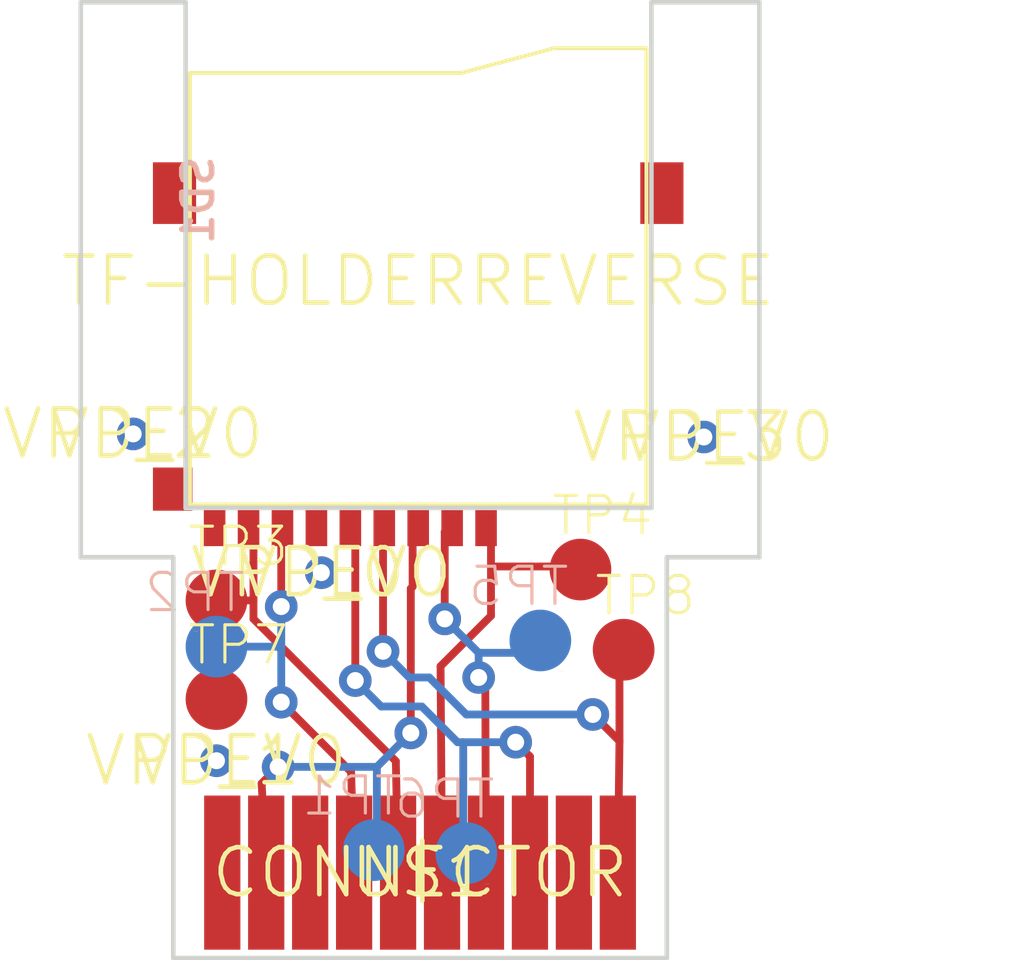
<source format=kicad_pcb>
(kicad_pcb (version 4) (host pcbnew 4.0.4-stable)

  (general
    (links 25)
    (no_connects 11)
    (area 134.755671 89.428599 162.146529 120.578601)
    (thickness 1.6)
    (drawings 36)
    (tracks 70)
    (zones 0)
    (modules 14)
    (nets 9)
  )

  (page A4)
  (layers
    (0 Top signal)
    (1 Route2 signal)
    (2 Route3 signal)
    (3 Route4 signal)
    (4 Route5 signal)
    (5 Route6 signal)
    (6 Route7 signal)
    (7 Route8 signal)
    (8 Route9 signal)
    (9 Route10 signal)
    (10 Route11 signal)
    (11 Route12 signal)
    (12 Route13 signal)
    (13 Route14 signal)
    (14 Route15 signal)
    (31 Bottom signal)
    (32 B.Adhes user)
    (33 F.Adhes user)
    (34 B.Paste user)
    (35 F.Paste user)
    (36 B.SilkS user)
    (37 F.SilkS user)
    (38 B.Mask user)
    (39 F.Mask user)
    (40 Dwgs.User user)
    (41 Cmts.User user)
    (42 Eco1.User user)
    (43 Eco2.User user)
    (44 Edge.Cuts user)
    (45 Margin user)
    (46 B.CrtYd user)
    (47 F.CrtYd user)
    (48 B.Fab user)
    (49 F.Fab user)
  )

  (setup
    (last_trace_width 0.25)
    (trace_clearance 0.2)
    (zone_clearance 0.508)
    (zone_45_only no)
    (trace_min 0.2)
    (segment_width 0.2)
    (edge_width 0.15)
    (via_size 0.6)
    (via_drill 0.4)
    (via_min_size 0.4)
    (via_min_drill 0.3)
    (uvia_size 0.3)
    (uvia_drill 0.1)
    (uvias_allowed no)
    (uvia_min_size 0.2)
    (uvia_min_drill 0.1)
    (pcb_text_width 0.3)
    (pcb_text_size 1.5 1.5)
    (mod_edge_width 0.15)
    (mod_text_size 1 1)
    (mod_text_width 0.15)
    (pad_size 1.524 1.524)
    (pad_drill 0.762)
    (pad_to_mask_clearance 0.2)
    (aux_axis_origin 0 0)
    (visible_elements FFFFFF7F)
    (pcbplotparams
      (layerselection 0x00030_80000001)
      (usegerberextensions false)
      (excludeedgelayer true)
      (linewidth 0.100000)
      (plotframeref false)
      (viasonmask false)
      (mode 1)
      (useauxorigin false)
      (hpglpennumber 1)
      (hpglpenspeed 20)
      (hpglpendiameter 15)
      (hpglpenoverlay 2)
      (psnegative false)
      (psa4output false)
      (plotreference true)
      (plotvalue true)
      (plotinvisibletext false)
      (padsonsilk false)
      (subtractmaskfromsilk false)
      (outputformat 1)
      (mirror false)
      (drillshape 1)
      (scaleselection 1)
      (outputdirectory ""))
  )

  (net 0 "")
  (net 1 N$1)
  (net 2 N$3)
  (net 3 N$5)
  (net 4 N$6)
  (net 5 N$7)
  (net 6 N$8)
  (net 7 N$9)
  (net 8 GND)

  (net_class Default "This is the default net class."
    (clearance 0.2)
    (trace_width 0.25)
    (via_dia 0.6)
    (via_drill 0.4)
    (uvia_dia 0.3)
    (uvia_drill 0.1)
    (add_net GND)
    (add_net N$1)
    (add_net N$3)
    (add_net N$5)
    (add_net N$6)
    (add_net N$7)
    (add_net N$8)
    (add_net N$9)
  )

  (module TF-PULL-REVERSE (layer Top) (tedit 0) (tstamp 59580B20)
    (at 148.4411 98.5436)
    (descr "TF / Micro SD socket is PUSH-PUSH type, the card can be pushed into and auto locked and pushed out by simply press the card.\n<p>\nSurface Mounting type.")
    (fp_text reference SD1 (at -7.7 -1.1 270) (layer B.SilkS)
      (effects (font (size 0.9652 0.9652) (thickness 0.18288)) (justify right top mirror))
    )
    (fp_text value TF-HOLDERREVERSE (at 0 0) (layer F.SilkS)
      (effects (font (thickness 0.15)))
    )
    (fp_line (start -7.4 7.25) (end -7.4 -6.75) (layer F.SilkS) (width 0.127))
    (fp_line (start -7.4 -6.75) (end 1.4 -6.75) (layer F.SilkS) (width 0.127))
    (fp_line (start 1.4 -6.75) (end 4.4 -7.55) (layer F.SilkS) (width 0.127))
    (fp_line (start 4.4 -7.55) (end 7.4 -7.55) (layer F.SilkS) (width 0.127))
    (fp_line (start 7.4 -7.55) (end 7.4 7.25) (layer F.SilkS) (width 0.127))
    (fp_line (start 7.4 7.25) (end -7.4 7.25) (layer F.SilkS) (width 0.127))
    (pad S1 smd rect (at 7.9 -2.85 180) (size 1.4 2) (layers Top F.Paste F.Mask)
      (net 8 GND))
    (pad S2 smd rect (at -7.9 -2.85 180) (size 1.4 2) (layers Top F.Paste F.Mask)
      (net 8 GND))
    (pad S3 smd rect (at -7.96 6.75 180) (size 1.28 1.4) (layers Top F.Paste F.Mask)
      (net 8 GND))
    (pad 1 smd rect (at 2.2 7.9 180) (size 0.7 1.4) (layers Top F.Paste F.Mask)
      (net 5 N$7))
    (pad 2 smd rect (at 1.1 7.9 180) (size 0.7 1.4) (layers Top F.Paste F.Mask)
      (net 6 N$8))
    (pad 3 smd rect (at 0 7.9 180) (size 0.7 1.4) (layers Top F.Paste F.Mask)
      (net 2 N$3))
    (pad 4 smd rect (at -1.1 7.9 180) (size 0.7 1.4) (layers Top F.Paste F.Mask)
      (net 1 N$1))
    (pad 5 smd rect (at -2.2 7.9 180) (size 0.7 1.4) (layers Top F.Paste F.Mask)
      (net 7 N$9))
    (pad 6 smd rect (at -3.3 7.9 180) (size 0.7 1.4) (layers Top F.Paste F.Mask)
      (net 8 GND))
    (pad 7 smd rect (at -4.4 7.9 180) (size 0.7 1.4) (layers Top F.Paste F.Mask)
      (net 3 N$5))
    (pad 8 smd rect (at -5.5 7.9 180) (size 0.7 1.4) (layers Top F.Paste F.Mask)
      (net 4 N$6))
    (pad 9 smd rect (at -6.6 7.9 180) (size 0.7 1.4) (layers Top F.Paste F.Mask))
    (pad "" np_thru_hole circle (at 3.1 -3.25) (size 1.25 1.25) (drill 1.25) (layers *.Cu))
    (pad "" np_thru_hole circle (at -4.9 -3.25) (size 1.25 1.25) (drill 1.25) (layers *.Cu))
  )

  (module CONNECTOR (layer Top) (tedit 0) (tstamp 59580B37)
    (at 148.5011 117.7336)
    (fp_text reference U$1 (at 0 0) (layer F.SilkS)
      (effects (font (thickness 0.15)))
    )
    (fp_text value CONNECTOR (at 0 0) (layer F.SilkS)
      (effects (font (thickness 0.15)))
    )
    (fp_line (start -7.5 2.5) (end 7.5 2.5) (layer Dwgs.User) (width 0.127))
    (fp_line (start 7.5 2.5) (end 7.5 -2.5) (layer Dwgs.User) (width 0.127))
    (fp_line (start 7.5 -2.5) (end -7.5 -2.5) (layer Dwgs.User) (width 0.127))
    (fp_line (start -7.5 -2.5) (end -7.5 2.5) (layer Dwgs.User) (width 0.127))
    (pad GND smd rect (at -6.4125 0) (size 1.175 5) (layers Top F.Paste F.Mask)
      (net 8 GND))
    (pad CMD smd rect (at -4.9875 0) (size 1.175 5) (layers Top F.Paste F.Mask)
      (net 2 N$3))
    (pad INS smd rect (at -3.5625 0) (size 1.175 5) (layers Top F.Paste F.Mask)
      (net 8 GND))
    (pad DAT0 smd rect (at -2.1375 0) (size 1.175 5) (layers Top F.Paste F.Mask)
      (net 3 N$5))
    (pad DAT1 smd rect (at -0.7125 0) (size 1.175 5) (layers Top F.Paste F.Mask)
      (net 4 N$6))
    (pad DAT2 smd rect (at 0.7125 0) (size 1.175 5) (layers Top F.Paste F.Mask)
      (net 5 N$7))
    (pad DAT3 smd rect (at 2.1375 0) (size 1.175 5) (layers Top F.Paste F.Mask)
      (net 6 N$8))
    (pad CLK smd rect (at 3.5625 0) (size 1.175 5) (layers Top F.Paste F.Mask)
      (net 7 N$9))
    (pad GND2 smd rect (at 4.9875 0) (size 1.175 5) (layers Top F.Paste F.Mask)
      (net 8 GND))
    (pad VCC smd rect (at 6.4125 0) (size 1.175 5) (layers Top F.Paste F.Mask)
      (net 1 N$1))
  )

  (module TP20R (layer Bottom) (tedit 0) (tstamp 59580B48)
    (at 147.0011 117.0036 180)
    (descr "<b>TEST PAD</b>")
    (fp_text reference TP1 (at -1 1.05 180) (layer B.SilkS)
      (effects (font (size 1.2065 1.2065) (thickness 0.1016)) (justify left bottom mirror))
    )
    (fp_text value TPTP20R (at -0.762 -1.016 180) (layer B.SilkS)
      (effects (font (size 0.02413 0.02413) (thickness 0.002032)) (justify left bottom mirror))
    )
    (fp_text user >TP_SIGNAL_NAME (at 0 -2.54 180) (layer Cmts.User)
      (effects (font (size 0.95 0.95) (thickness 0.08)) (justify left bottom))
    )
    (pad TP smd circle (at 0 0 180) (size 2 2) (layers Bottom B.Paste B.Mask)
      (net 2 N$3))
  )

  (module TP20R (layer Bottom) (tedit 0) (tstamp 59580B4D)
    (at 141.9011 110.4036 180)
    (descr "<b>TEST PAD</b>")
    (fp_text reference TP2 (at -1 1.05 180) (layer B.SilkS)
      (effects (font (size 1.2065 1.2065) (thickness 0.1016)) (justify left bottom mirror))
    )
    (fp_text value TPTP20R (at -0.762 -1.016 180) (layer B.SilkS)
      (effects (font (size 0.02413 0.02413) (thickness 0.002032)) (justify left bottom mirror))
    )
    (fp_text user >TP_SIGNAL_NAME (at 0 -2.54 180) (layer Cmts.User)
      (effects (font (size 0.95 0.95) (thickness 0.08)) (justify left bottom))
    )
    (pad TP smd circle (at 0 0 180) (size 2 2) (layers Bottom B.Paste B.Mask)
      (net 3 N$5))
  )

  (module TP20R (layer Top) (tedit 0) (tstamp 59580B52)
    (at 141.9011 108.9036)
    (descr "<b>TEST PAD</b>")
    (fp_text reference TP3 (at -1 -1.05) (layer F.SilkS)
      (effects (font (size 1.2065 1.2065) (thickness 0.1016)) (justify left bottom))
    )
    (fp_text value TPTP20R (at -0.762 1.016) (layer F.SilkS)
      (effects (font (size 0.02413 0.02413) (thickness 0.002032)) (justify left bottom))
    )
    (fp_text user >TP_SIGNAL_NAME (at 0 2.54) (layer Cmts.User)
      (effects (font (size 0.95 0.95) (thickness 0.08)) (justify left bottom))
    )
    (pad TP smd circle (at 0 0) (size 2 2) (layers Top F.Paste F.Mask)
      (net 4 N$6))
  )

  (module TP20R (layer Top) (tedit 0) (tstamp 59580B57)
    (at 153.7011 107.9036)
    (descr "<b>TEST PAD</b>")
    (fp_text reference TP4 (at -1 -1.05) (layer F.SilkS)
      (effects (font (size 1.2065 1.2065) (thickness 0.1016)) (justify left bottom))
    )
    (fp_text value TPTP20R (at -0.762 1.016) (layer F.SilkS)
      (effects (font (size 0.02413 0.02413) (thickness 0.002032)) (justify left bottom))
    )
    (fp_text user >TP_SIGNAL_NAME (at 0 2.54) (layer Cmts.User)
      (effects (font (size 0.95 0.95) (thickness 0.08)) (justify left bottom))
    )
    (pad TP smd circle (at 0 0) (size 2 2) (layers Top F.Paste F.Mask)
      (net 5 N$7))
  )

  (module TP20R (layer Bottom) (tedit 0) (tstamp 59580B5C)
    (at 152.4011 110.2036 180)
    (descr "<b>TEST PAD</b>")
    (fp_text reference TP5 (at -1 1.05 180) (layer B.SilkS)
      (effects (font (size 1.2065 1.2065) (thickness 0.1016)) (justify left bottom mirror))
    )
    (fp_text value TPTP20R (at -0.762 -1.016 180) (layer B.SilkS)
      (effects (font (size 0.02413 0.02413) (thickness 0.002032)) (justify left bottom mirror))
    )
    (fp_text user >TP_SIGNAL_NAME (at 0 -2.54 180) (layer Cmts.User)
      (effects (font (size 0.95 0.95) (thickness 0.08)) (justify left bottom))
    )
    (pad TP smd circle (at 0 0 180) (size 2 2) (layers Bottom B.Paste B.Mask)
      (net 6 N$8))
  )

  (module TP20R (layer Bottom) (tedit 0) (tstamp 59580B61)
    (at 150.0011 117.1036 180)
    (descr "<b>TEST PAD</b>")
    (fp_text reference TP6 (at -1 1.05 180) (layer B.SilkS)
      (effects (font (size 1.2065 1.2065) (thickness 0.1016)) (justify left bottom mirror))
    )
    (fp_text value TPTP20R (at -0.762 -1.016 180) (layer B.SilkS)
      (effects (font (size 0.02413 0.02413) (thickness 0.002032)) (justify left bottom mirror))
    )
    (fp_text user >TP_SIGNAL_NAME (at 0 -2.54 180) (layer Cmts.User)
      (effects (font (size 0.95 0.95) (thickness 0.08)) (justify left bottom))
    )
    (pad TP smd circle (at 0 0 180) (size 2 2) (layers Bottom B.Paste B.Mask)
      (net 7 N$9))
  )

  (module TP20R (layer Top) (tedit 0) (tstamp 59580B66)
    (at 141.9011 112.1036)
    (descr "<b>TEST PAD</b>")
    (fp_text reference TP7 (at -1 -1.05) (layer F.SilkS)
      (effects (font (size 1.2065 1.2065) (thickness 0.1016)) (justify left bottom))
    )
    (fp_text value TPTP20R (at -0.762 1.016) (layer F.SilkS)
      (effects (font (size 0.02413 0.02413) (thickness 0.002032)) (justify left bottom))
    )
    (fp_text user >TP_SIGNAL_NAME (at 0 2.54) (layer Cmts.User)
      (effects (font (size 0.95 0.95) (thickness 0.08)) (justify left bottom))
    )
    (pad TP smd circle (at 0 0) (size 2 2) (layers Top F.Paste F.Mask)
      (net 8 GND))
  )

  (module TP20R (layer Top) (tedit 0) (tstamp 59580B6B)
    (at 155.1011 110.5036)
    (descr "<b>TEST PAD</b>")
    (fp_text reference TP8 (at -1 -1.05) (layer F.SilkS)
      (effects (font (size 1.2065 1.2065) (thickness 0.1016)) (justify left bottom))
    )
    (fp_text value TPTP20R (at -0.762 1.016) (layer F.SilkS)
      (effects (font (size 0.02413 0.02413) (thickness 0.002032)) (justify left bottom))
    )
    (fp_text user >TP_SIGNAL_NAME (at 0 2.54) (layer Cmts.User)
      (effects (font (size 0.95 0.95) (thickness 0.08)) (justify left bottom))
    )
    (pad TP smd circle (at 0 0) (size 2 2) (layers Top F.Paste F.Mask)
      (net 1 N$1))
  )

  (module VPAC0 (layer Top) (tedit 0) (tstamp 59580B70)
    (at 145.3011 108.0036)
    (fp_text reference VP_0 (at 0 0) (layer F.SilkS)
      (effects (font (thickness 0.15)))
    )
    (fp_text value VPDEV0 (at 0 0) (layer F.SilkS)
      (effects (font (thickness 0.15)))
    )
    (pad VP thru_hole circle (at 0 0) (size 1.058 1.058) (drill 0.55) (layers *.Cu *.Mask)
      (net 8 GND))
  )

  (module VPAC0 (layer Top) (tedit 0) (tstamp 59580B74)
    (at 141.9011 114.1036)
    (fp_text reference VP_1 (at 0 0) (layer F.SilkS)
      (effects (font (thickness 0.15)))
    )
    (fp_text value VPDEV0 (at 0 0) (layer F.SilkS)
      (effects (font (thickness 0.15)))
    )
    (pad VP thru_hole circle (at 0 0) (size 1.058 1.058) (drill 0.55) (layers *.Cu *.Mask)
      (net 8 GND))
  )

  (module VPAC0 (layer Top) (tedit 0) (tstamp 59580B78)
    (at 139.2011 103.5036)
    (fp_text reference VP_2 (at 0 0) (layer F.SilkS)
      (effects (font (thickness 0.15)))
    )
    (fp_text value VPDEV0 (at 0 0) (layer F.SilkS)
      (effects (font (thickness 0.15)))
    )
    (pad VP thru_hole circle (at 0 0) (size 1.058 1.058) (drill 0.55) (layers *.Cu *.Mask)
      (net 8 GND))
  )

  (module VPAC0 (layer Top) (tedit 0) (tstamp 59580B7C)
    (at 157.7011 103.6036)
    (fp_text reference VP_3 (at 0 0) (layer F.SilkS)
      (effects (font (thickness 0.15)))
    )
    (fp_text value VPDEV0 (at 0 0) (layer F.SilkS)
      (effects (font (thickness 0.15)))
    )
    (pad VP thru_hole circle (at 0 0) (size 1.058 1.058) (drill 0.55) (layers *.Cu *.Mask)
      (net 8 GND))
  )

  (gr_line (start 140.5011 120.5036) (end 156.5011 120.5036) (layer Edge.Cuts) (width 0.15) (tstamp 8236E20))
  (gr_line (start 140.5011 120.5036) (end 140.5011 107.5036) (layer Edge.Cuts) (width 0.15) (tstamp 8237620))
  (gr_line (start 156.5011 120.5036) (end 156.5011 107.5036) (layer Edge.Cuts) (width 0.15) (tstamp 8237E20))
  (gr_line (start 156.5011 107.5036) (end 159.5011 107.5036) (layer Edge.Cuts) (width 0.15) (tstamp 8238620))
  (gr_line (start 140.5011 107.5036) (end 137.5011 107.5036) (layer Edge.Cuts) (width 0.15) (tstamp 8238EA0))
  (gr_line (start 137.5011 107.5036) (end 137.5011 89.5036) (layer Edge.Cuts) (width 0.15) (tstamp 82396A0))
  (gr_line (start 137.5011 89.5036) (end 140.9011 89.5036) (layer Edge.Cuts) (width 0.15) (tstamp 8239EA0))
  (gr_line (start 156.0011 89.5036) (end 159.5011 89.5036) (layer Edge.Cuts) (width 0.15) (tstamp 823A6A0))
  (gr_line (start 159.5011 89.5036) (end 159.5011 107.5036) (layer Edge.Cuts) (width 0.15) (tstamp 823AEA0))
  (gr_line (start 140.9011 89.5036) (end 140.9011 105.9036) (layer Edge.Cuts) (width 0.15) (tstamp 823B6A0))
  (gr_line (start 140.9011 105.9036) (end 156.0011 105.9036) (layer Edge.Cuts) (width 0.15) (tstamp 823BEA0))
  (gr_line (start 156.0011 105.9036) (end 156.0011 89.5036) (layer Edge.Cuts) (width 0.15) (tstamp 823C6A0))
  (gr_text V:GND:1:4 (at 145.45735 107.862975) (layer Eco1.User) (tstamp 823CF20)
    (effects (font (size 0.0475 0.0475) (thickness 0.004)) (justify left bottom))
  )
  (gr_line (start 145.3011 108.0036) (end 145.45735 107.862975) (layer Eco2.User) (width 0.15) (tstamp 823D720))
  (gr_text V:GND:2:4 (at 142.05735 113.962975) (layer Eco1.User) (tstamp 823DF20)
    (effects (font (size 0.0475 0.0475) (thickness 0.004)) (justify left bottom))
  )
  (gr_line (start 141.9011 114.1036) (end 142.05735 113.962975) (layer Eco2.User) (width 0.15) (tstamp 823E720))
  (gr_text V:GND:3:4 (at 139.35735 103.362975) (layer Eco1.User) (tstamp 823EF20)
    (effects (font (size 0.0475 0.0475) (thickness 0.004)) (justify left bottom))
  )
  (gr_line (start 139.2011 103.5036) (end 139.35735 103.362975) (layer Eco2.User) (width 0.15) (tstamp 823F720))
  (gr_text V:GND:4:4 (at 157.85735 103.462975) (layer Eco1.User) (tstamp 823FF20)
    (effects (font (size 0.0475 0.0475) (thickness 0.004)) (justify left bottom))
  )
  (gr_line (start 157.7011 103.6036) (end 157.85735 103.462975) (layer Eco2.User) (width 0.15) (tstamp 8240720))
  (gr_text FillOverPAD:GND:6:30 (at 145.29735 106.404537) (layer Eco1.User) (tstamp 8240FA0)
    (effects (font (size 0.0475 0.0475) (thickness 0.004)) (justify left bottom))
  )
  (gr_line (start 145.1411 106.4436) (end 145.29735 106.404537) (layer Eco1.User) (width 0.15) (tstamp 82417A0))
  (gr_text FillOverPAD:GND:10:30 (at 156.49735 95.654537) (layer Eco1.User) (tstamp 8241FA0)
    (effects (font (size 0.0475 0.0475) (thickness 0.004)) (justify left bottom))
  )
  (gr_line (start 156.3411 95.6936) (end 156.49735 95.654537) (layer Eco1.User) (width 0.15) (tstamp 82427A0))
  (gr_text FillOverPAD:GND:11:30 (at 140.69735 95.654537) (layer Eco1.User) (tstamp 8242FA0)
    (effects (font (size 0.0475 0.0475) (thickness 0.004)) (justify left bottom))
  )
  (gr_line (start 140.5411 95.6936) (end 140.69735 95.654537) (layer Eco1.User) (width 0.15) (tstamp 82437A0))
  (gr_text FillOverPAD:GND:12:30 (at 140.63735 105.254537) (layer Eco1.User) (tstamp 8243FA0)
    (effects (font (size 0.0475 0.0475) (thickness 0.004)) (justify left bottom))
  )
  (gr_line (start 140.4811 105.2936) (end 140.63735 105.254537) (layer Eco1.User) (width 0.15) (tstamp 82447A0))
  (gr_text FillOverPAD:GND:19:30 (at 142.05735 112.064537) (layer Eco1.User) (tstamp 8244FA0)
    (effects (font (size 0.0475 0.0475) (thickness 0.004)) (justify left bottom))
  )
  (gr_line (start 141.9011 112.1036) (end 142.05735 112.064537) (layer Eco1.User) (width 0.15) (tstamp 82457A0))
  (gr_text FillOverPAD:GND:27:30 (at 142.24485 117.694537) (layer Eco1.User) (tstamp 8245FA0)
    (effects (font (size 0.0475 0.0475) (thickness 0.004)) (justify left bottom))
  )
  (gr_line (start 142.0886 117.7336) (end 142.24485 117.694537) (layer Eco1.User) (width 0.15) (tstamp 82467A0))
  (gr_text FillOverPAD:GND:28:30 (at 153.64485 117.694537) (layer Eco1.User) (tstamp 8246FA0)
    (effects (font (size 0.0475 0.0475) (thickness 0.004)) (justify left bottom))
  )
  (gr_line (start 153.4886 117.7336) (end 153.64485 117.694537) (layer Eco1.User) (width 0.15) (tstamp 82477A0))
  (gr_text FillOverPAD:GND:29:30 (at 145.09485 117.694537) (layer Eco1.User) (tstamp 8247FA0)
    (effects (font (size 0.0475 0.0475) (thickness 0.004)) (justify left bottom))
  )
  (gr_line (start 144.9386 117.7336) (end 145.09485 117.694537) (layer Eco1.User) (width 0.15) (tstamp 82487A0))

  (segment (start 154.9136 117.7336) (end 154.9661 113.4686) (width 0.254) (layer Top) (net 1) (tstamp 82A4B20))
  (via (at 154.1011 112.6036) (size 1.058) (drill 0.55) (layers Top Bottom) (net 1) (tstamp 82A5320))
  (segment (start 154.9661 113.4686) (end 154.1011 112.6036) (width 0.254) (layer Top) (net 1) (tstamp 82A5920))
  (via (at 147.3011 110.5536) (size 1.058) (drill 0.55) (layers Top Bottom) (net 1) (tstamp 82A6120))
  (segment (start 147.3011 110.5536) (end 147.3011 106.4836) (width 0.254) (layer Top) (net 1) (tstamp 82A6720))
  (segment (start 147.3011 106.4836) (end 147.3411 106.4436) (width 0.254) (layer Top) (net 1) (tstamp 82A6F20))
  (segment (start 154.1011 112.6036) (end 150.0011 112.6036) (width 0.254) (layer Bottom) (net 1) (tstamp 82A7720))
  (segment (start 150.0011 112.6036) (end 148.8011 111.4036) (width 0.254) (layer Bottom) (net 1) (tstamp 82A7F20))
  (segment (start 148.8011 111.4036) (end 148.1511 111.4036) (width 0.254) (layer Bottom) (net 1) (tstamp 82A8720))
  (segment (start 148.1511 111.4036) (end 147.3011 110.5536) (width 0.254) (layer Bottom) (net 1) (tstamp 82A8F20))
  (segment (start 154.9661 113.4686) (end 154.9661 110.6386) (width 0.254) (layer Top) (net 1) (tstamp 82A9720))
  (segment (start 154.9661 110.6386) (end 155.1011 110.5036) (width 0.254) (layer Top) (net 1) (tstamp 82A9F20))
  (segment (start 143.5136 117.7336) (end 143.3661 114.8386) (width 0.254) (layer Top) (net 2) (tstamp 82AB620))
  (segment (start 143.3661 114.8386) (end 143.9011 114.3036) (width 0.254) (layer Top) (net 2) (tstamp 82ABE20))
  (via (at 143.9011 114.3036) (size 1.058) (drill 0.55) (layers Top Bottom) (net 2) (tstamp 82AC620))
  (segment (start 143.9011 114.3036) (end 147.1011 114.3036) (width 0.254) (layer Bottom) (net 2) (tstamp 82ACC20))
  (segment (start 147.1011 114.3036) (end 148.2011 113.2036) (width 0.254) (layer Bottom) (net 2) (tstamp 82AD420))
  (via (at 148.2011 113.2036) (size 1.058) (drill 0.55) (layers Top Bottom) (net 2) (tstamp 82ADC20))
  (segment (start 148.2011 113.2036) (end 148.2011 108.518694) (width 0.254) (layer Top) (net 2) (tstamp 82AE220))
  (segment (start 148.2011 108.518694) (end 148.2603 108.459494) (width 0.254) (layer Top) (net 2) (tstamp 82AEA20))
  (segment (start 148.2603 106.6244) (end 148.4411 106.4436) (width 0.254) (layer Top) (net 2) (tstamp 82AF220))
  (segment (start 148.2603 108.459494) (end 148.2603 106.6244) (width 0.254) (layer Top) (net 2) (tstamp 82AFA20))
  (segment (start 147.1011 114.3036) (end 147.1011 116.9036) (width 0.254) (layer Bottom) (net 2) (tstamp 82B0220))
  (segment (start 147.1011 116.9036) (end 147.0011 117.0036) (width 0.254) (layer Bottom) (net 2) (tstamp 82B0A20))
  (segment (start 146.3636 117.7336) (end 146.2661 114.4686) (width 0.254) (layer Top) (net 3) (tstamp 82BA1A0))
  (segment (start 146.2661 114.4686) (end 144.0011 112.2036) (width 0.254) (layer Top) (net 3) (tstamp 82BA9A0))
  (via (at 144.0011 112.2036) (size 1.058) (drill 0.55) (layers Top Bottom) (net 3) (tstamp 82BB1A0))
  (segment (start 144.0011 110.5036) (end 144.0011 112.2036) (width 0.254) (layer Bottom) (net 3) (tstamp 82BB7A0))
  (via (at 144.0011 109.1036) (size 1.058) (drill 0.55) (layers Top Bottom) (net 3) (tstamp 82BBFA0))
  (segment (start 144.0011 110.5036) (end 144.0011 109.1036) (width 0.254) (layer Bottom) (net 3) (tstamp 82BC5A0))
  (segment (start 144.0011 106.4836) (end 144.0011 109.1036) (width 0.254) (layer Top) (net 3) (tstamp 82BCDA0))
  (segment (start 144.0011 106.4836) (end 144.0411 106.4436) (width 0.254) (layer Top) (net 3) (tstamp 82BD5A0))
  (segment (start 141.9011 110.4036) (end 143.9011 110.4036) (width 0.254) (layer Bottom) (net 3) (tstamp 82BDDA0))
  (segment (start 143.9011 110.4036) (end 144.0011 110.5036) (width 0.254) (layer Bottom) (net 3) (tstamp 82BE5A0))
  (segment (start 147.7886 117.7336) (end 147.7161 114.1186) (width 0.254) (layer Top) (net 4) (tstamp 82BFCA0))
  (segment (start 147.7161 114.1186) (end 143.1011 109.5036) (width 0.254) (layer Top) (net 4) (tstamp 82C04A0))
  (segment (start 143.1011 108.9036) (end 143.1011 109.5036) (width 0.254) (layer Top) (net 4) (tstamp 82C0CA0))
  (segment (start 143.1011 108.9036) (end 143.1011 106.6036) (width 0.254) (layer Top) (net 4) (tstamp 82C14A0))
  (segment (start 143.1011 106.6036) (end 142.9411 106.4436) (width 0.254) (layer Top) (net 4) (tstamp 82C1CA0))
  (segment (start 141.9011 108.9036) (end 143.1011 108.9036) (width 0.254) (layer Top) (net 4) (tstamp 82C24A0))
  (segment (start 149.2136 117.7336) (end 149.1661 111.0386) (width 0.254) (layer Top) (net 5) (tstamp 82C3BA0))
  (segment (start 149.1661 111.0386) (end 150.8011 109.4036) (width 0.254) (layer Top) (net 5) (tstamp 82C43A0))
  (segment (start 150.8011 109.4036) (end 150.8011 107.8036) (width 0.254) (layer Top) (net 5) (tstamp 82C4BA0))
  (segment (start 150.8011 107.8036) (end 150.8011 106.6036) (width 0.254) (layer Top) (net 5) (tstamp 82C53A0))
  (segment (start 150.8011 106.6036) (end 150.6411 106.4436) (width 0.254) (layer Top) (net 5) (tstamp 82C5BA0))
  (segment (start 150.8011 107.8036) (end 153.6011 107.8036) (width 0.254) (layer Top) (net 5) (tstamp 82C63A0))
  (segment (start 153.6011 107.8036) (end 153.7011 107.9036) (width 0.254) (layer Top) (net 5) (tstamp 82C6BA0))
  (segment (start 150.6386 117.7336) (end 150.6161 111.6186) (width 0.254) (layer Top) (net 6) (tstamp 82C82A0))
  (segment (start 150.6161 111.6186) (end 150.4011 111.4036) (width 0.254) (layer Top) (net 6) (tstamp 82C8AA0))
  (via (at 150.4011 111.4036) (size 1.058) (drill 0.55) (layers Top Bottom) (net 6) (tstamp 82C9320))
  (segment (start 150.4011 111.4036) (end 150.4011 110.6036) (width 0.254) (layer Bottom) (net 6) (tstamp 82C9920))
  (segment (start 150.4011 110.6036) (end 149.3011 109.5036) (width 0.254) (layer Bottom) (net 6) (tstamp 82CA120))
  (via (at 149.3011 109.5036) (size 1.058) (drill 0.55) (layers Top Bottom) (net 6) (tstamp 82CA920))
  (segment (start 149.3011 109.5036) (end 149.3011 106.6836) (width 0.254) (layer Top) (net 6) (tstamp 82CAF20))
  (segment (start 149.3011 106.6836) (end 149.5411 106.4436) (width 0.254) (layer Top) (net 6) (tstamp 82CB720))
  (segment (start 150.4011 110.6036) (end 152.0011 110.6036) (width 0.254) (layer Bottom) (net 6) (tstamp 82CBF20))
  (segment (start 152.0011 110.6036) (end 152.4011 110.2036) (width 0.254) (layer Bottom) (net 6) (tstamp 82CC720))
  (segment (start 152.0636 117.7336) (end 152.0661 113.9686) (width 0.254) (layer Top) (net 7) (tstamp 82CDE20))
  (segment (start 152.0661 113.9686) (end 151.6011 113.5036) (width 0.254) (layer Top) (net 7) (tstamp 82CE620))
  (via (at 151.6011 113.5036) (size 1.058) (drill 0.55) (layers Top Bottom) (net 7) (tstamp 82CEE20))
  (segment (start 151.6011 113.5036) (end 149.9011 113.5036) (width 0.254) (layer Bottom) (net 7) (tstamp 82CF420))
  (segment (start 149.9011 113.5036) (end 149.716194 113.5036) (width 0.254) (layer Bottom) (net 7) (tstamp 82CFC20))
  (segment (start 147.2419 112.3444) (end 146.4011 111.5036) (width 0.254) (layer Bottom) (net 7) (tstamp 82D0420))
  (segment (start 149.716194 113.5036) (end 148.556994 112.3444) (width 0.254) (layer Bottom) (net 7) (tstamp 82D0C20))
  (segment (start 148.556994 112.3444) (end 147.2419 112.3444) (width 0.254) (layer Bottom) (net 7) (tstamp 82D1420))
  (via (at 146.4011 111.5036) (size 1.058) (drill 0.55) (layers Top Bottom) (net 7) (tstamp 82D1C20))
  (segment (start 146.4011 111.5036) (end 146.4011 106.6036) (width 0.254) (layer Top) (net 7) (tstamp 82D2220))
  (segment (start 146.4011 106.6036) (end 146.2411 106.4436) (width 0.254) (layer Top) (net 7) (tstamp 82D2A20))
  (segment (start 149.9011 113.5036) (end 149.9011 117.0036) (width 0.254) (layer Bottom) (net 7) (tstamp 82D3220))
  (segment (start 149.9011 117.0036) (end 150.0011 117.1036) (width 0.254) (layer Bottom) (net 7) (tstamp 82D3A20))

  (zone (net 8) (net_name GND) (layer Top) (tstamp 82D4520) (hatch none 0.508)
    (priority 6)
    (connect_pads (clearance 0.3048))
    (min_thickness 0.254)
    (fill (arc_segments 32) (thermal_gap 0.304) (thermal_bridge_width 0.304))
    (polygon
      (pts
        (xy 137.5011 89.5036) (xy 140.9011 89.5036) (xy 140.9011 105.8036) (xy 141.0011 105.9036) (xy 155.9011 105.9036)
        (xy 156.0011 89.5036) (xy 159.5011 89.5036) (xy 159.5011 107.5036) (xy 156.5011 107.5036) (xy 156.5011 120.5036)
        (xy 140.5011 120.5036) (xy 140.5011 107.5036) (xy 137.5011 107.5036)
      )
    )
  )
  (zone (net 8) (net_name GND) (layer Bottom) (tstamp 82D9EA0) (hatch none 0.508)
    (priority 6)
    (connect_pads (clearance 0.3048))
    (min_thickness 0.254)
    (fill (arc_segments 32) (thermal_gap 0.304) (thermal_bridge_width 0.304))
    (polygon
      (pts
        (xy 137.5011 89.5036) (xy 140.9011 89.5036) (xy 140.9011 105.8036) (xy 141.0011 105.9036) (xy 155.9011 105.9036)
        (xy 155.9011 104.4036) (xy 156.0011 104.3036) (xy 156.0011 89.5036) (xy 159.5011 89.5036) (xy 159.5011 107.5036)
        (xy 156.5011 107.5036) (xy 156.5011 120.5036) (xy 140.5011 120.5036) (xy 140.5011 107.5036) (xy 137.5011 107.5036)
      )
    )
  )
)

</source>
